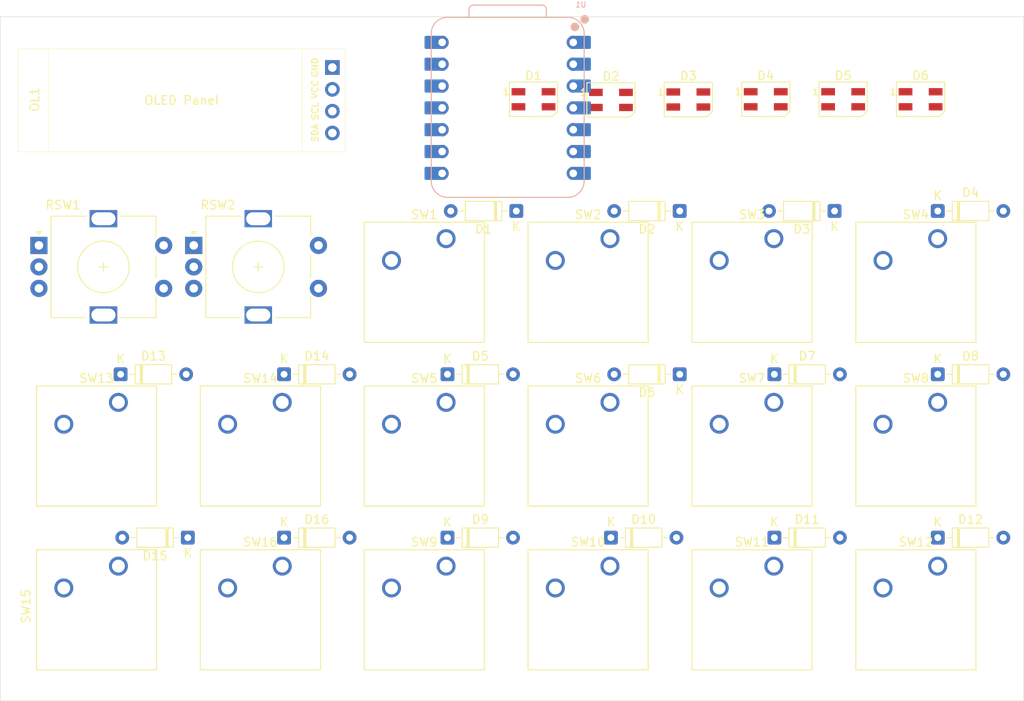
<source format=kicad_pcb>
(kicad_pcb (version 20241229) (generator "pcbnew") (generator_version "9.0")
  (layers (0 "F.Cu" signal) (2 "B.Cu" signal) (13 "F.Paste" user) (15 "B.Paste" user) (5 "F.SilkS" user "F.Silkscreen") (7 "B.SilkS" user "B.Silkscreen") (1 "F.Mask" user) (3 "B.Mask" user) (25 "Edge.Cuts" user))
  (net 0 "")
  (net 1 "Net-(D1-DIN)")
  (net 2 "GND")
  (net 3 "Net-(D1-DOUT)")
  (net 4 "+5V")
  (net 5 "Net-(D2-DOUT)")
  (net 6 "Net-(D3-DOUT)")
  (net 7 "Net-(D4-DOUT)")
  (net 8 "Net-(D5-DOUT)")
  (net 9 "Net-(D16-DOUT)")
  (net 10 "Net-(D6-DOUT)")
  (net 11 "Net-(D17-K)")
  (net 12 "Net-(D17-A)")
  (net 13 "Net-(D18-A)")
  (net 14 "Net-(D19-A)")
  (net 15 "Net-(D20-A)")
  (net 16 "Net-(D21-A)")
  (net 17 "Net-(D21-K)")
  (net 18 "Net-(D22-A)")
  (net 19 "Net-(D23-A)")
  (net 20 "Net-(D24-A)")
  (net 21 "Net-(D25-A)")
  (net 22 "Net-(D25-K)")
  (net 23 "Net-(D26-A)")
  (net 24 "Net-(D27-A)")
  (net 25 "Net-(D28-A)")
  (net 26 "Net-(D29-A)")
  (net 27 "Net-(D29-K)")
  (net 28 "Net-(D30-A)")
  (net 29 "Net-(D31-A)")
  (net 30 "Net-(D32-A)")
  (net 31 "Net-(OL1-SDA)")
  (net 32 "Net-(OL1-SCL)")
  (net 33 "Net-(RSW1-PadC)")
  (net 34 "Net-(U1-GPIO28{slash}ADC2{slash}A2)")
  (net 35 "Net-(U1-GPIO27{slash}ADC1{slash}A1)")
  (net 37 "Net-(U1-GPIO0{slash}TX)")
  (net 38 "Net-(RSW2-PadC)")
  (net 40 "Net-(U1-GPIO29{slash}ADC3{slash}A3)")
  (footprint "Button_Switch_Keyboard:SW_Cherry_MX_1.00u_PCB" (layer "F.Cu") (at 97.79 78.26375)
    (property "Reference" "SW14" (at -2.54 -2.794 0) (layer "F.SilkS"))
    (property "Value" "SW_Push")
    (pad "" np_thru_hole circle (at -7.62 5.08) (size 1.7 1.7) (drill 1.7) (layers "*.Cu" "*.Mask"))
    (pad "" np_thru_hole circle (at -2.54 5.08) (size 4 4) (drill 4) (layers "*.Cu" "*.Mask"))
    (pad "" np_thru_hole circle (at 2.54 5.08) (size 1.7 1.7) (drill 1.7) (layers "*.Cu" "*.Mask"))
    (pad "1" thru_hole circle (at 0 0) (size 2.2 2.2) (drill 1.5) (layers "*.Cu" "*.Mask") (net 28 "Net-(D30-A)"))
    (pad "2" thru_hole circle (at -6.35 2.54) (size 2.2 2.2) (drill 1.5) (layers "*.Cu" "*.Mask") (net 4 "+5V"))
  )
  (footprint "Diode_THT:D_DO-35_SOD27_P7.62mm_Horizontal" (layer "F.Cu") (at 79 75)
    (property "Reference" "D13" (at 3.81 -2.12 0) (layer "F.SilkS"))
    (property "Value" "1N4148")
    (fp_text user "K" (at 0 -1.8 0) (layer "F.SilkS"))
    (pad "1" thru_hole roundrect (at 0 0) (size 1.6 1.6) (drill 0.8) (layers "*.Cu" "*.Mask") (roundrect_rratio 0.15625) (net 27 "Net-(D29-K)"))
    (pad "2" thru_hole circle (at 7.62 0) (size 1.6 1.6) (drill 0.8) (layers "*.Cu" "*.Mask") (net 26 "Net-(D29-A)"))
  )
  (footprint "Rotary_Encoder:RotaryEncoder_Alps_EC11E-Switch_Vertical_H20mm" (layer "F.Cu") (at 69.5 60)
    (property "Reference" "RSW1" (at 2.8 -4.7 0) (layer "F.SilkS"))
    (property "Value" "RotaryEncoder_Switch")
    (pad "A" thru_hole rect (at 0 0) (size 2 2) (drill 1) (layers "*.Cu" "*.Mask") (net 34 "Net-(U1-GPIO28{slash}ADC2{slash}A2)"))
    (pad "B" thru_hole circle (at 0 5) (size 2 2) (drill 1) (layers "*.Cu" "*.Mask") (net 35 "Net-(U1-GPIO27{slash}ADC1{slash}A1)"))
    (pad "C" thru_hole circle (at 0 2.5) (size 2 2) (drill 1) (layers "*.Cu" "*.Mask") (net 33 "Net-(RSW1-PadC)"))
    (pad "MP" thru_hole rect (at 7.5 -3.1) (size 3.2 2) (drill oval 2.8 1.5) (layers "*.Cu" "*.Mask"))
    (pad "MP" thru_hole rect (at 7.5 8.1) (size 3.2 2) (drill oval 2.8 1.5) (layers "*.Cu" "*.Mask"))
    (pad "S1" thru_hole circle (at 14.5 5) (size 2 2) (drill 1) (layers "*.Cu" "*.Mask"))
    (pad "S2" thru_hole circle (at 14.5 0) (size 2 2) (drill 1) (layers "*.Cu" "*.Mask") (net 33 "Net-(RSW1-PadC)"))
  )
  (footprint "Button_Switch_Keyboard:SW_Cherry_MX_1.00u_PCB" (layer "F.Cu") (at 154.94 59.21375)
    (property "Reference" "SW3" (at -2.54 -2.794 0) (layer "F.SilkS"))
    (property "Value" "SW_Push")
    (pad "" np_thru_hole circle (at -7.62 5.08) (size 1.7 1.7) (drill 1.7) (layers "*.Cu" "*.Mask"))
    (pad "" np_thru_hole circle (at -2.54 5.08) (size 4 4) (drill 4) (layers "*.Cu" "*.Mask"))
    (pad "" np_thru_hole circle (at 2.54 5.08) (size 1.7 1.7) (drill 1.7) (layers "*.Cu" "*.Mask"))
    (pad "1" thru_hole circle (at 0 0) (size 2.2 2.2) (drill 1.5) (layers "*.Cu" "*.Mask") (net 14 "Net-(D19-A)"))
    (pad "2" thru_hole circle (at -6.35 2.54) (size 2.2 2.2) (drill 1.5) (layers "*.Cu" "*.Mask") (net 4 "+5V"))
  )
  (footprint "Diode_THT:D_DO-35_SOD27_P7.62mm_Horizontal" (layer "F.Cu") (at 86.81 94 180)
    (property "Reference" "D15" (at 3.81 -2.12 0) (layer "F.SilkS"))
    (property "Value" "1N4148")
    (fp_text user "K" (at 0 -1.8 0) (layer "F.SilkS"))
    (pad "1" thru_hole roundrect (at 0 0 180) (size 1.6 1.6) (drill 0.8) (layers "*.Cu" "*.Mask") (roundrect_rratio 0.15625) (net 27 "Net-(D29-K)"))
    (pad "2" thru_hole circle (at 7.62 0 180) (size 1.6 1.6) (drill 0.8) (layers "*.Cu" "*.Mask") (net 30 "Net-(D32-A)"))
  )
  (footprint "Button_Switch_Keyboard:SW_Cherry_MX_1.00u_PCB" (layer "F.Cu") (at 154.94 78.26375)
    (property "Reference" "SW7" (at -2.54 -2.794 0) (layer "F.SilkS"))
    (property "Value" "SW_Push")
    (pad "" np_thru_hole circle (at -7.62 5.08) (size 1.7 1.7) (drill 1.7) (layers "*.Cu" "*.Mask"))
    (pad "" np_thru_hole circle (at -2.54 5.08) (size 4 4) (drill 4) (layers "*.Cu" "*.Mask"))
    (pad "" np_thru_hole circle (at 2.54 5.08) (size 1.7 1.7) (drill 1.7) (layers "*.Cu" "*.Mask"))
    (pad "1" thru_hole circle (at 0 0) (size 2.2 2.2) (drill 1.5) (layers "*.Cu" "*.Mask") (net 19 "Net-(D23-A)"))
    (pad "2" thru_hole circle (at -6.35 2.54) (size 2.2 2.2) (drill 1.5) (layers "*.Cu" "*.Mask") (net 4 "+5V"))
  )
  (footprint "Button_Switch_Keyboard:SW_Cherry_MX_1.00u_PCB" (layer "F.Cu") (at 116.84 59.21375)
    (property "Reference" "SW1" (at -2.54 -2.794 0) (layer "F.SilkS"))
    (property "Value" "SW_Push")
    (pad "" np_thru_hole circle (at -7.62 5.08) (size 1.7 1.7) (drill 1.7) (layers "*.Cu" "*.Mask"))
    (pad "" np_thru_hole circle (at -2.54 5.08) (size 4 4) (drill 4) (layers "*.Cu" "*.Mask"))
    (pad "" np_thru_hole circle (at 2.54 5.08) (size 1.7 1.7) (drill 1.7) (layers "*.Cu" "*.Mask"))
    (pad "1" thru_hole circle (at 0 0) (size 2.2 2.2) (drill 1.5) (layers "*.Cu" "*.Mask") (net 12 "Net-(D17-A)"))
    (pad "2" thru_hole circle (at -6.35 2.54) (size 2.2 2.2) (drill 1.5) (layers "*.Cu" "*.Mask") (net 4 "+5V"))
  )
  (footprint "Diode_THT:D_DO-35_SOD27_P7.62mm_Horizontal" (layer "F.Cu") (at 136 94)
    (property "Reference" "D10" (at 3.81 -2.12 0) (layer "F.SilkS"))
    (property "Value" "1N4148")
    (fp_text user "K" (at 0 -1.8 0) (layer "F.SilkS"))
    (pad "1" thru_hole roundrect (at 0 0) (size 1.6 1.6) (drill 0.8) (layers "*.Cu" "*.Mask") (roundrect_rratio 0.15625) (net 22 "Net-(D25-K)"))
    (pad "2" thru_hole circle (at 7.62 0) (size 1.6 1.6) (drill 0.8) (layers "*.Cu" "*.Mask") (net 24 "Net-(D27-A)"))
  )
  (footprint "Button_Switch_Keyboard:SW_Cherry_MX_1.00u_PCB" (layer "F.Cu") (at 173.99 59.21375)
    (property "Reference" "SW4" (at -2.54 -2.794 0) (layer "F.SilkS"))
    (property "Value" "SW_Push")
    (pad "" np_thru_hole circle (at -7.62 5.08) (size 1.7 1.7) (drill 1.7) (layers "*.Cu" "*.Mask"))
    (pad "" np_thru_hole circle (at -2.54 5.08) (size 4 4) (drill 4) (layers "*.Cu" "*.Mask"))
    (pad "" np_thru_hole circle (at 2.54 5.08) (size 1.7 1.7) (drill 1.7) (layers "*.Cu" "*.Mask"))
    (pad "1" thru_hole circle (at 0 0) (size 2.2 2.2) (drill 1.5) (layers "*.Cu" "*.Mask") (net 15 "Net-(D20-A)"))
    (pad "2" thru_hole circle (at -6.35 2.54) (size 2.2 2.2) (drill 1.5) (layers "*.Cu" "*.Mask") (net 4 "+5V"))
  )
  (footprint "LED_SMD:LED_SK6812MINI_PLCC4_3.5x3.5mm_P1.75mm" (layer "F.Cu") (at 172 43)
    (property "Reference" "D6" (at 0 -2.75 0) (layer "F.SilkS"))
    (property "Value" "SK6812MINI")
    (fp_text user "1" (at -3.2 -0.875 0) (layer "F.SilkS") (effects (font (size 0.8 0.8))))
    (pad "1" smd rect (at -1.75 -0.875) (size 1.6 0.85) (layers "F.Cu" "F.Mask" "F.Paste") (net 10 "Net-(D6-DOUT)"))
    (pad "2" smd rect (at -1.75 0.875) (size 1.6 0.85) (layers "F.Cu" "F.Mask" "F.Paste") (net 2 "GND"))
    (pad "3" smd rect (at 1.75 0.875) (size 1.6 0.85) (layers "F.Cu" "F.Mask" "F.Paste") (net 8 "Net-(D5-DOUT)"))
    (pad "4" smd rect (at 1.75 -0.875) (size 1.6 0.85) (layers "F.Cu" "F.Mask" "F.Paste") (net 4 "+5V"))
  )
  (footprint "LED_SMD:LED_SK6812MINI_PLCC4_3.5x3.5mm_P1.75mm" (layer "F.Cu") (at 136 43.075)
    (property "Reference" "D2" (at 0 -2.75 0) (layer "F.SilkS"))
    (property "Value" "SK6812MINI")
    (fp_text user "1" (at -3.2 -0.875 0) (layer "F.SilkS") (effects (font (size 0.8 0.8))))
    (pad "1" smd rect (at -1.75 -0.875) (size 1.6 0.85) (layers "F.Cu" "F.Mask" "F.Paste") (net 5 "Net-(D2-DOUT)"))
    (pad "2" smd rect (at -1.75 0.875) (size 1.6 0.85) (layers "F.Cu" "F.Mask" "F.Paste") (net 2 "GND"))
    (pad "3" smd rect (at 1.75 0.875) (size 1.6 0.85) (layers "F.Cu" "F.Mask" "F.Paste") (net 3 "Net-(D1-DOUT)"))
    (pad "4" smd rect (at 1.75 -0.875) (size 1.6 0.85) (layers "F.Cu" "F.Mask" "F.Paste") (net 4 "+5V"))
  )
  (footprint "Button_Switch_Keyboard:SW_Cherry_MX_1.00u_PCB" (layer "F.Cu") (at 173.99 97.31375)
    (property "Reference" "SW12" (at -2.54 -2.794 0) (layer "F.SilkS"))
    (property "Value" "SW_Push")
    (pad "" np_thru_hole circle (at -7.62 5.08) (size 1.7 1.7) (drill 1.7) (layers "*.Cu" "*.Mask"))
    (pad "" np_thru_hole circle (at -2.54 5.08) (size 4 4) (drill 4) (layers "*.Cu" "*.Mask"))
    (pad "" np_thru_hole circle (at 2.54 5.08) (size 1.7 1.7) (drill 1.7) (layers "*.Cu" "*.Mask"))
    (pad "1" thru_hole circle (at 0 0) (size 2.2 2.2) (drill 1.5) (layers "*.Cu" "*.Mask") (net 25 "Net-(D28-A)"))
    (pad "2" thru_hole circle (at -6.35 2.54) (size 2.2 2.2) (drill 1.5) (layers "*.Cu" "*.Mask") (net 4 "+5V"))
  )
  (footprint "Diode_THT:D_DO-35_SOD27_P7.62mm_Horizontal" (layer "F.Cu") (at 144 56 180)
    (property "Reference" "D2" (at 3.81 -2.12 0) (layer "F.SilkS"))
    (property "Value" "1N4148")
    (fp_text user "K" (at 0 -1.8 0) (layer "F.SilkS"))
    (pad "1" thru_hole roundrect (at 0 0 180) (size 1.6 1.6) (drill 0.8) (layers "*.Cu" "*.Mask") (roundrect_rratio 0.15625) (net 11 "Net-(D17-K)"))
    (pad "2" thru_hole circle (at 7.62 0 180) (size 1.6 1.6) (drill 0.8) (layers "*.Cu" "*.Mask") (net 13 "Net-(D18-A)"))
  )
  (footprint "Button_Switch_Keyboard:SW_Cherry_MX_1.00u_PCB" (layer "F.Cu") (at 173.99 78.26375)
    (property "Reference" "SW8" (at -2.54 -2.794 0) (layer "F.SilkS"))
    (property "Value" "SW_Push")
    (pad "" np_thru_hole circle (at -7.62 5.08) (size 1.7 1.7) (drill 1.7) (layers "*.Cu" "*.Mask"))
    (pad "" np_thru_hole circle (at -2.54 5.08) (size 4 4) (drill 4) (layers "*.Cu" "*.Mask"))
    (pad "" np_thru_hole circle (at 2.54 5.08) (size 1.7 1.7) (drill 1.7) (layers "*.Cu" "*.Mask"))
    (pad "1" thru_hole circle (at 0 0) (size 2.2 2.2) (drill 1.5) (layers "*.Cu" "*.Mask") (net 20 "Net-(D24-A)"))
    (pad "2" thru_hole circle (at -6.35 2.54) (size 2.2 2.2) (drill 1.5) (layers "*.Cu" "*.Mask") (net 4 "+5V"))
  )
  (footprint "Button_Switch_Keyboard:SW_Cherry_MX_1.00u_PCB" (layer "F.Cu") (at 78.74 78.26375)
    (property "Reference" "SW13" (at -2.54 -2.794 0) (layer "F.SilkS"))
    (property "Value" "SW_Push")
    (pad "" np_thru_hole circle (at -7.62 5.08) (size 1.7 1.7) (drill 1.7) (layers "*.Cu" "*.Mask"))
    (pad "" np_thru_hole circle (at -2.54 5.08) (size 4 4) (drill 4) (layers "*.Cu" "*.Mask"))
    (pad "" np_thru_hole circle (at 2.54 5.08) (size 1.7 1.7) (drill 1.7) (layers "*.Cu" "*.Mask"))
    (pad "1" thru_hole circle (at 0 0) (size 2.2 2.2) (drill 1.5) (layers "*.Cu" "*.Mask") (net 26 "Net-(D29-A)"))
    (pad "2" thru_hole circle (at -6.35 2.54) (size 2.2 2.2) (drill 1.5) (layers "*.Cu" "*.Mask") (net 4 "+5V"))
  )
  (footprint "Diode_THT:D_DO-35_SOD27_P7.62mm_Horizontal" (layer "F.Cu") (at 117 94)
    (property "Reference" "D9" (at 3.81 -2.12 0) (layer "F.SilkS"))
    (property "Value" "1N4148")
    (fp_text user "K" (at 0 -1.8 0) (layer "F.SilkS"))
    (pad "1" thru_hole roundrect (at 0 0) (size 1.6 1.6) (drill 0.8) (layers "*.Cu" "*.Mask") (roundrect_rratio 0.15625) (net 22 "Net-(D25-K)"))
    (pad "2" thru_hole circle (at 7.62 0) (size 1.6 1.6) (drill 0.8) (layers "*.Cu" "*.Mask") (net 21 "Net-(D25-A)"))
  )
  (footprint "Diode_THT:D_DO-35_SOD27_P7.62mm_Horizontal" (layer "F.Cu") (at 125 56 180)
    (property "Reference" "D1" (at 3.81 -2.12 0) (layer "F.SilkS"))
    (property "Value" "1N4148")
    (fp_text user "K" (at 0 -1.8 0) (layer "F.SilkS"))
    (pad "1" thru_hole roundrect (at 0 0 180) (size 1.6 1.6) (drill 0.8) (layers "*.Cu" "*.Mask") (roundrect_rratio 0.15625) (net 11 "Net-(D17-K)"))
    (pad "2" thru_hole circle (at 7.62 0 180) (size 1.6 1.6) (drill 0.8) (layers "*.Cu" "*.Mask") (net 12 "Net-(D17-A)"))
  )
  (footprint "LED_SMD:LED_SK6812MINI_PLCC4_3.5x3.5mm_P1.75mm" (layer "F.Cu") (at 145 43.025)
    (property "Reference" "D3" (at 0 -2.75 0) (layer "F.SilkS"))
    (property "Value" "SK6812MINI")
    (fp_text user "1" (at -3.2 -0.875 0) (layer "F.SilkS") (effects (font (size 0.8 0.8))))
    (pad "1" smd rect (at -1.75 -0.875) (size 1.6 0.85) (layers "F.Cu" "F.Mask" "F.Paste") (net 6 "Net-(D3-DOUT)"))
    (pad "2" smd rect (at -1.75 0.875) (size 1.6 0.85) (layers "F.Cu" "F.Mask" "F.Paste") (net 2 "GND"))
    (pad "3" smd rect (at 1.75 0.875) (size 1.6 0.85) (layers "F.Cu" "F.Mask" "F.Paste") (net 5 "Net-(D2-DOUT)"))
    (pad "4" smd rect (at 1.75 -0.875) (size 1.6 0.85) (layers "F.Cu" "F.Mask" "F.Paste") (net 4 "+5V"))
  )
  (footprint "Button_Switch_Keyboard:SW_Cherry_MX_1.00u_PCB" (layer "F.Cu") (at 116.84 78.26375)
    (property "Reference" "SW5" (at -2.54 -2.794 0) (layer "F.SilkS"))
    (property "Value" "SW_Push")
    (pad "" np_thru_hole circle (at -7.62 5.08) (size 1.7 1.7) (drill 1.7) (layers "*.Cu" "*.Mask"))
    (pad "" np_thru_hole circle (at -2.54 5.08) (size 4 4) (drill 4) (layers "*.Cu" "*.Mask"))
    (pad "" np_thru_hole circle (at 2.54 5.08) (size 1.7 1.7) (drill 1.7) (layers "*.Cu" "*.Mask"))
    (pad "1" thru_hole circle (at 0 0) (size 2.2 2.2) (drill 1.5) (layers "*.Cu" "*.Mask") (net 16 "Net-(D21-A)"))
    (pad "2" thru_hole circle (at -6.35 2.54) (size 2.2 2.2) (drill 1.5) (layers "*.Cu" "*.Mask") (net 4 "+5V"))
  )
  (footprint "Diode_THT:D_DO-35_SOD27_P7.62mm_Horizontal" (layer "F.Cu") (at 98 75)
    (property "Reference" "D14" (at 3.81 -2.12 0) (layer "F.SilkS"))
    (property "Value" "1N4148")
    (fp_text user "K" (at 0 -1.8 0) (layer "F.SilkS"))
    (pad "1" thru_hole roundrect (at 0 0) (size 1.6 1.6) (drill 0.8) (layers "*.Cu" "*.Mask") (roundrect_rratio 0.15625) (net 27 "Net-(D29-K)"))
    (pad "2" thru_hole circle (at 7.62 0) (size 1.6 1.6) (drill 0.8) (layers "*.Cu" "*.Mask") (net 28 "Net-(D30-A)"))
  )
  (footprint "Diode_THT:D_DO-35_SOD27_P7.62mm_Horizontal" (layer "F.Cu") (at 162 56 180)
    (property "Reference" "D3" (at 3.81 -2.12 0) (layer "F.SilkS"))
    (property "Value" "1N4148")
    (fp_text user "K" (at 0 -1.8 0) (layer "F.SilkS"))
    (pad "1" thru_hole roundrect (at 0 0 180) (size 1.6 1.6) (drill 0.8) (layers "*.Cu" "*.Mask") (roundrect_rratio 0.15625) (net 11 "Net-(D17-K)"))
    (pad "2" thru_hole circle (at 7.62 0 180) (size 1.6 1.6) (drill 0.8) (layers "*.Cu" "*.Mask") (net 14 "Net-(D19-A)"))
  )
  (footprint "LED_SMD:LED_SK6812MINI_PLCC4_3.5x3.5mm_P1.75mm" (layer "F.Cu") (at 163 43)
    (property "Reference" "D5" (at 0 -2.75 0) (layer "F.SilkS"))
    (property "Value" "SK6812MINI")
    (fp_text user "1" (at -3.2 -0.875 0) (layer "F.SilkS") (effects (font (size 0.8 0.8))))
    (pad "1" smd rect (at -1.75 -0.875) (size 1.6 0.85) (layers "F.Cu" "F.Mask" "F.Paste") (net 8 "Net-(D5-DOUT)"))
    (pad "2" smd rect (at -1.75 0.875) (size 1.6 0.85) (layers "F.Cu" "F.Mask" "F.Paste") (net 2 "GND"))
    (pad "3" smd rect (at 1.75 0.875) (size 1.6 0.85) (layers "F.Cu" "F.Mask" "F.Paste") (net 9 "Net-(D16-DOUT)"))
    (pad "4" smd rect (at 1.75 -0.875) (size 1.6 0.85) (layers "F.Cu" "F.Mask" "F.Paste") (net 4 "+5V"))
  )
  (footprint "LED_SMD:LED_SK6812MINI_PLCC4_3.5x3.5mm_P1.75mm" (layer "F.Cu") (at 127 43)
    (property "Reference" "D1" (at 0 -2.75 0) (layer "F.SilkS"))
    (property "Value" "SK6812MINI")
    (fp_text user "1" (at -3.2 -0.875 0) (layer "F.SilkS") (effects (font (size 0.8 0.8))))
    (pad "1" smd rect (at -1.75 -0.875) (size 1.6 0.85) (layers "F.Cu" "F.Mask" "F.Paste") (net 3 "Net-(D1-DOUT)"))
    (pad "2" smd rect (at -1.75 0.875) (size 1.6 0.85) (layers "F.Cu" "F.Mask" "F.Paste") (net 2 "GND"))
    (pad "3" smd rect (at 1.75 0.875) (size 1.6 0.85) (layers "F.Cu" "F.Mask" "F.Paste") (net 1 "Net-(D1-DIN)"))
    (pad "4" smd rect (at 1.75 -0.875) (size 1.6 0.85) (layers "F.Cu" "F.Mask" "F.Paste") (net 4 "+5V"))
  )
  (footprint "Rotary_Encoder:RotaryEncoder_Alps_EC11E-Switch_Vertical_H20mm" (layer "F.Cu") (at 87.5 60)
    (property "Reference" "RSW2" (at 2.8 -4.7 0) (layer "F.SilkS"))
    (property "Value" "RotaryEncoder_Switch")
    (pad "A" thru_hole rect (at 0 0) (size 2 2) (drill 1) (layers "*.Cu" "*.Mask") (net 37 "Net-(U1-GPIO0{slash}TX)"))
    (pad "B" thru_hole circle (at 0 5) (size 2 2) (drill 1) (layers "*.Cu" "*.Mask") (net 40 "Net-(U1-GPIO29{slash}ADC3{slash}A3)"))
    (pad "C" thru_hole circle (at 0 2.5) (size 2 2) (drill 1) (layers "*.Cu" "*.Mask") (net 38 "Net-(RSW2-PadC)"))
    (pad "MP" thru_hole rect (at 7.5 -3.1) (size 3.2 2) (drill oval 2.8 1.5) (layers "*.Cu" "*.Mask"))
    (pad "MP" thru_hole rect (at 7.5 8.1) (size 3.2 2) (drill oval 2.8 1.5) (layers "*.Cu" "*.Mask"))
    (pad "S1" thru_hole circle (at 14.5 5) (size 2 2) (drill 1) (layers "*.Cu" "*.Mask"))
    (pad "S2" thru_hole circle (at 14.5 0) (size 2 2) (drill 1) (layers "*.Cu" "*.Mask") (net 38 "Net-(RSW2-PadC)"))
  )
  (footprint "Button_Switch_Keyboard:SW_Cherry_MX_1.00u_PCB" (layer "F.Cu") (at 116.84 97.31375)
    (property "Reference" "SW9" (at -2.54 -2.794 0) (layer "F.SilkS"))
    (property "Value" "SW_Push")
    (pad "" np_thru_hole circle (at -7.62 5.08) (size 1.7 1.7) (drill 1.7) (layers "*.Cu" "*.Mask"))
    (pad "" np_thru_hole circle (at -2.54 5.08) (size 4 4) (drill 4) (layers "*.Cu" "*.Mask"))
    (pad "" np_thru_hole circle (at 2.54 5.08) (size 1.7 1.7) (drill 1.7) (layers "*.Cu" "*.Mask"))
    (pad "1" thru_hole circle (at 0 0) (size 2.2 2.2) (drill 1.5) (layers "*.Cu" "*.Mask") (net 21 "Net-(D25-A)"))
    (pad "2" thru_hole circle (at -6.35 2.54) (size 2.2 2.2) (drill 1.5) (layers "*.Cu" "*.Mask") (net 4 "+5V"))
  )
  (footprint "Diode_THT:D_DO-35_SOD27_P7.62mm_Horizontal" (layer "F.Cu") (at 98 94)
    (property "Reference" "D16" (at 3.81 -2.12 0) (layer "F.SilkS"))
    (property "Value" "1N4148")
    (fp_text user "K" (at 0 -1.8 0) (layer "F.SilkS"))
    (pad "1" thru_hole roundrect (at 0 0) (size 1.6 1.6) (drill 0.8) (layers "*.Cu" "*.Mask") (roundrect_rratio 0.15625) (net 27 "Net-(D29-K)"))
    (pad "2" thru_hole circle (at 7.62 0) (size 1.6 1.6) (drill 0.8) (layers "*.Cu" "*.Mask") (net 29 "Net-(D31-A)"))
  )
  (footprint "Diode_THT:D_DO-35_SOD27_P7.62mm_Horizontal" (layer "F.Cu") (at 174 94)
    (property "Reference" "D12" (at 3.81 -2.12 0) (layer "F.SilkS"))
    (property "Value" "1N4148")
    (fp_text user "K" (at 0 -1.8 0) (layer "F.SilkS"))
    (pad "1" thru_hole roundrect (at 0 0) (size 1.6 1.6) (drill 0.8) (layers "*.Cu" "*.Mask") (roundrect_rratio 0.15625) (net 22 "Net-(D25-K)"))
    (pad "2" thru_hole circle (at 7.62 0) (size 1.6 1.6) (drill 0.8) (layers "*.Cu" "*.Mask") (net 25 "Net-(D28-A)"))
  )
  (footprint "Diode_THT:D_DO-35_SOD27_P7.62mm_Horizontal" (layer "F.Cu") (at 155 75)
    (property "Reference" "D7" (at 3.81 -2.12 0) (layer "F.SilkS"))
    (property "Value" "1N4148")
    (fp_text user "K" (at 0 -1.8 0) (layer "F.SilkS"))
    (pad "1" thru_hole roundrect (at 0 0) (size 1.6 1.6) (drill 0.8) (layers "*.Cu" "*.Mask") (roundrect_rratio 0.15625) (net 17 "Net-(D21-K)"))
    (pad "2" thru_hole circle (at 7.62 0) (size 1.6 1.6) (drill 0.8) (layers "*.Cu" "*.Mask") (net 19 "Net-(D23-A)"))
  )
  (footprint "KiCad-SSD1306-0.91-OLED-4pin-128x32:SSD1306-0.91-OLED-4pin-128x32" (layer "F.Cu") (at 67.115 37.115)
    (property "Reference" "OL1" (at 1.9 5.91 90) (layer "F.SilkS"))
    (property "Value" "OLED")
    (fp_text user "VCC" (at 34.5 4.73 270) (layer "F.SilkS") (effects (font (size 0.75 0.75))))
    (fp_text user "SDA" (at 34.5 9.81 270) (layer "F.SilkS") (effects (font (size 0.75 0.75))))
    (fp_text user "SCL" (at 34.5 7.27 270) (layer "F.SilkS") (effects (font (size 0.75 0.75))))
    (fp_text user "OLED Panel" (at 19 6 0) (layer "F.SilkS"))
    (fp_text user "GND" (at 34.5 2.19 270) (layer "F.SilkS") (effects (font (size 0.75 0.75))))
    (pad "1" thru_hole rect (at 36.5 2.19) (size 1.7 1.7) (drill 1) (layers "*.Cu" "*.Mask") (net 31 "Net-(OL1-SDA)"))
    (pad "2" thru_hole oval (at 36.5 4.73) (size 1.7 1.7) (drill 1) (layers "*.Cu" "*.Mask") (net 32 "Net-(OL1-SCL)"))
    (pad "3" thru_hole oval (at 36.5 7.27) (size 1.7 1.7) (drill 1) (layers "*.Cu" "*.Mask") (net 4 "+5V"))
    (pad "4" thru_hole oval (at 36.5 9.81) (size 1.7 1.7) (drill 1) (layers "*.Cu" "*.Mask") (net 2 "GND"))
  )
  (footprint "Button_Switch_Keyboard:SW_Cherry_MX_1.00u_PCB" (layer "F.Cu") (at 135.89 59.21375)
    (property "Reference" "SW2" (at -2.54 -2.794 0) (layer "F.SilkS"))
    (property "Value" "SW_Push")
    (pad "" np_thru_hole circle (at -7.62 5.08) (size 1.7 1.7) (drill 1.7) (layers "*.Cu" "*.Mask"))
    (pad "" np_thru_hole circle (at -2.54 5.08) (size 4 4) (drill 4) (layers "*.Cu" "*.Mask"))
    (pad "" np_thru_hole circle (at 2.54 5.08) (size 1.7 1.7) (drill 1.7) (layers "*.Cu" "*.Mask"))
    (pad "1" thru_hole circle (at 0 0) (size 2.2 2.2) (drill 1.5) (layers "*.Cu" "*.Mask") (net 13 "Net-(D18-A)"))
    (pad "2" thru_hole circle (at -6.35 2.54) (size 2.2 2.2) (drill 1.5) (layers "*.Cu" "*.Mask") (net 4 "+5V"))
  )
  (footprint "Diode_THT:D_DO-35_SOD27_P7.62mm_Horizontal" (layer "F.Cu") (at 174 56)
    (property "Reference" "D4" (at 3.81 -2.12 0) (layer "F.SilkS"))
    (property "Value" "1N4148")
    (fp_text user "K" (at 0 -1.8 0) (layer "F.SilkS"))
    (pad "1" thru_hole roundrect (at 0 0) (size 1.6 1.6) (drill 0.8) (layers "*.Cu" "*.Mask") (roundrect_rratio 0.15625) (net 11 "Net-(D17-K)"))
    (pad "2" thru_hole circle (at 7.62 0) (size 1.6 1.6) (drill 0.8) (layers "*.Cu" "*.Mask") (net 15 "Net-(D20-A)"))
  )
  (footprint "Button_Switch_Keyboard:SW_Cherry_MX_1.00u_PCB" (layer "F.Cu") (at 78.74 97.31375)
    (property "Reference" "SW15" (at -10.74 4.68625 90) (layer "F.SilkS"))
    (property "Value" "SW_Push")
    (pad "" np_thru_hole circle (at -7.62 5.08) (size 1.7 1.7) (drill 1.7) (layers "*.Cu" "*.Mask"))
    (pad "" np_thru_hole circle (at -2.54 5.08) (size 4 4) (drill 4) (layers "*.Cu" "*.Mask"))
    (pad "" np_thru_hole circle (at 2.54 5.08) (size 1.7 1.7) (drill 1.7) (layers "*.Cu" "*.Mask"))
    (pad "1" thru_hole circle (at 0 0) (size 2.2 2.2) (drill 1.5) (layers "*.Cu" "*.Mask") (net 30 "Net-(D32-A)"))
    (pad "2" thru_hole circle (at -6.35 2.54) (size 2.2 2.2) (drill 1.5) (layers "*.Cu" "*.Mask") (net 4 "+5V"))
  )
  (footprint "Diode_THT:D_DO-35_SOD27_P7.62mm_Horizontal" (layer "F.Cu") (at 174 75)
    (property "Reference" "D8" (at 3.81 -2.12 0) (layer "F.SilkS"))
    (property "Value" "1N4148")
    (fp_text user "K" (at 0 -1.8 0) (layer "F.SilkS"))
    (pad "1" thru_hole roundrect (at 0 0) (size 1.6 1.6) (drill 0.8) (layers "*.Cu" "*.Mask") (roundrect_rratio 0.15625) (net 17 "Net-(D21-K)"))
    (pad "2" thru_hole circle (at 7.62 0) (size 1.6 1.6) (drill 0.8) (layers "*.Cu" "*.Mask") (net 20 "Net-(D24-A)"))
  )
  (footprint "Button_Switch_Keyboard:SW_Cherry_MX_1.00u_PCB" (layer "F.Cu") (at 135.89 97.31375)
    (property "Reference" "SW10" (at -2.54 -2.794 0) (layer "F.SilkS"))
    (property "Value" "SW_Push")
    (pad "" np_thru_hole circle (at -7.62 5.08) (size 1.7 1.7) (drill 1.7) (layers "*.Cu" "*.Mask"))
    (pad "" np_thru_hole circle (at -2.54 5.08) (size 4 4) (drill 4) (layers "*.Cu" "*.Mask"))
    (pad "" np_thru_hole circle (at 2.54 5.08) (size 1.7 1.7) (drill 1.7) (layers "*.Cu" "*.Mask"))
    (pad "1" thru_hole circle (at 0 0) (size 2.2 2.2) (drill 1.5) (layers "*.Cu" "*.Mask") (net 23 "Net-(D26-A)"))
    (pad "2" thru_hole circle (at -6.35 2.54) (size 2.2 2.2) (drill 1.5) (layers "*.Cu" "*.Mask") (net 4 "+5V"))
  )
  (footprint "LED_SMD:LED_SK6812MINI_PLCC4_3.5x3.5mm_P1.75mm" (layer "F.Cu") (at 154 43)
    (property "Reference" "D4" (at 0 -2.75 0) (layer "F.SilkS"))
    (property "Value" "SK6812MINI")
    (fp_text user "1" (at -3.2 -0.875 0) (layer "F.SilkS") (effects (font (size 0.8 0.8))))
    (pad "1" smd rect (at -1.75 -0.875) (size 1.6 0.85) (layers "F.Cu" "F.Mask" "F.Paste") (net 7 "Net-(D4-DOUT)"))
    (pad "2" smd rect (at -1.75 0.875) (size 1.6 0.85) (layers "F.Cu" "F.Mask" "F.Paste") (net 2 "GND"))
    (pad "3" smd rect (at 1.75 0.875) (size 1.6 0.85) (layers "F.Cu" "F.Mask" "F.Paste") (net 6 "Net-(D3-DOUT)"))
    (pad "4" smd rect (at 1.75 -0.875) (size 1.6 0.85) (layers "F.Cu" "F.Mask" "F.Paste") (net 4 "+5V"))
  )
  (footprint "Diode_THT:D_DO-35_SOD27_P7.62mm_Horizontal" (layer "F.Cu") (at 155 94)
    (property "Reference" "D11" (at 3.81 -2.12 0) (layer "F.SilkS"))
    (property "Value" "1N4148")
    (fp_text user "K" (at 0 -1.8 0) (layer "F.SilkS"))
    (pad "1" thru_hole roundrect (at 0 0) (size 1.6 1.6) (drill 0.8) (layers "*.Cu" "*.Mask") (roundrect_rratio 0.15625) (net 22 "Net-(D25-K)"))
    (pad "2" thru_hole circle (at 7.62 0) (size 1.6 1.6) (drill 0.8) (layers "*.Cu" "*.Mask") (net 23 "Net-(D26-A)"))
  )
  (footprint "Button_Switch_Keyboard:SW_Cherry_MX_1.00u_PCB" (layer "F.Cu") (at 135.89 78.26375)
    (property "Reference" "SW6" (at -2.54 -2.794 0) (layer "F.SilkS"))
    (property "Value" "SW_Push")
    (pad "" np_thru_hole circle (at -7.62 5.08) (size 1.7 1.7) (drill 1.7) (layers "*.Cu" "*.Mask"))
    (pad "" np_thru_hole circle (at -2.54 5.08) (size 4 4) (drill 4) (layers "*.Cu" "*.Mask"))
    (pad "" np_thru_hole circle (at 2.54 5.08) (size 1.7 1.7) (drill 1.7) (layers "*.Cu" "*.Mask"))
    (pad "1" thru_hole circle (at 0 0) (size 2.2 2.2) (drill 1.5) (layers "*.Cu" "*.Mask") (net 18 "Net-(D22-A)"))
    (pad "2" thru_hole circle (at -6.35 2.54) (size 2.2 2.2) (drill 1.5) (layers "*.Cu" "*.Mask") (net 4 "+5V"))
  )
  (footprint "Diode_THT:D_DO-35_SOD27_P7.62mm_Horizontal" (layer "F.Cu") (at 144 75 180)
    (property "Reference" "D6" (at 3.81 -2.12 0) (layer "F.SilkS"))
    (property "Value" "1N4148")
    (fp_text user "K" (at 0 -1.8 0) (layer "F.SilkS"))
    (pad "1" thru_hole roundrect (at 0 0 180) (size 1.6 1.6) (drill 0.8) (layers "*.Cu" "*.Mask") (roundrect_rratio 0.15625) (net 17 "Net-(D21-K)"))
    (pad "2" thru_hole circle (at 7.62 0 180) (size 1.6 1.6) (drill 0.8) (layers "*.Cu" "*.Mask") (net 18 "Net-(D22-A)"))
  )
  (footprint "Button_Switch_Keyboard:SW_Cherry_MX_1.00u_PCB" (layer "F.Cu") (at 97.79 97.31375)
    (property "Reference" "SW16" (at -2.54 -2.794 0) (layer "F.SilkS"))
    (property "Value" "SW_Push")
    (pad "" np_thru_hole circle (at -7.62 5.08) (size 1.7 1.7) (drill 1.7) (layers "*.Cu" "*.Mask"))
    (pad "" np_thru_hole circle (at -2.54 5.08) (size 4 4) (drill 4) (layers "*.Cu" "*.Mask"))
    (pad "" np_thru_hole circle (at 2.54 5.08) (size 1.7 1.7) (drill 1.7) (layers "*.Cu" "*.Mask"))
    (pad "1" thru_hole circle (at 0 0) (size 2.2 2.2) (drill 1.5) (layers "*.Cu" "*.Mask") (net 29 "Net-(D31-A)"))
    (pad "2" thru_hole circle (at -6.35 2.54) (size 2.2 2.2) (drill 1.5) (layers "*.Cu" "*.Mask") (net 4 "+5V"))
  )
  (footprint "Diode_THT:D_DO-35_SOD27_P7.62mm_Horizontal" (layer "F.Cu") (at 117 75)
    (property "Reference" "D5" (at 3.81 -2.12 0) (layer "F.SilkS"))
    (property "Value" "1N4148")
    (fp_text user "K" (at 0 -1.8 0) (layer "F.SilkS"))
    (pad "1" thru_hole roundrect (at 0 0) (size 1.6 1.6) (drill 0.8) (layers "*.Cu" "*.Mask") (roundrect_rratio 0.15625) (net 17 "Net-(D21-K)"))
    (pad "2" thru_hole circle (at 7.62 0) (size 1.6 1.6) (drill 0.8) (layers "*.Cu" "*.Mask") (net 16 "Net-(D21-A)"))
  )
  (footprint "Button_Switch_Keyboard:SW_Cherry_MX_1.00u_PCB" (layer "F.Cu") (at 154.94 97.31375)
    (property "Reference" "SW11" (at -2.54 -2.794 0) (layer "F.SilkS"))
    (property "Value" "SW_Push")
    (pad "" np_thru_hole circle (at -7.62 5.08) (size 1.7 1.7) (drill 1.7) (layers "*.Cu" "*.Mask"))
    (pad "" np_thru_hole circle (at -2.54 5.08) (size 4 4) (drill 4) (layers "*.Cu" "*.Mask"))
    (pad "" np_thru_hole circle (at 2.54 5.08) (size 1.7 1.7) (drill 1.7) (layers "*.Cu" "*.Mask"))
    (pad "1" thru_hole circle (at 0 0) (size 2.2 2.2) (drill 1.5) (layers "*.Cu" "*.Mask") (net 24 "Net-(D27-A)"))
    (pad "2" thru_hole circle (at -6.35 2.54) (size 2.2 2.2) (drill 1.5) (layers "*.Cu" "*.Mask") (net 4 "+5V"))
  )
  (footprint "Seeed Studio XIAO Series Library:XIAO-RP2040-DIP" (layer "B.Cu") (at 124 44 180)
    (property "Reference" "U1" (at -8.5 12 0) (layer "B.SilkS") (effects (font (size 0.635 0.635) (thickness 0.1016)) (justify mirror)))
    (property "Value" "XIAO-RP2040-DIP")
    (pad "1" smd roundrect (at -8.455 7.62) (size 2.432 1.524) (layers "B.Cu" "B.Mask") (roundrect_rratio 0.1) (net 1 "Net-(D1-DIN)"))
    (pad "1" thru_hole circle (at -7.62 7.62) (size 1.524 1.524) (drill 0.889) (layers "*.Cu" "*.Mask") (net 1 "Net-(D1-DIN)"))
    (pad "2" smd roundrect (at -8.455 5.08) (size 2.432 1.524) (layers "B.Cu" "B.Mask") (roundrect_rratio 0.1) (net 35 "Net-(U1-GPIO27{slash}ADC1{slash}A1)"))
    (pad "2" thru_hole circle (at -7.62 5.08) (size 1.524 1.524) (drill 0.889) (layers "*.Cu" "*.Mask") (net 35 "Net-(U1-GPIO27{slash}ADC1{slash}A1)"))
    (pad "3" smd roundrect (at -8.455 2.54) (size 2.432 1.524) (layers "B.Cu" "B.Mask") (roundrect_rratio 0.1) (net 34 "Net-(U1-GPIO28{slash}ADC2{slash}A2)"))
    (pad "3" thru_hole circle (at -7.62 2.54) (size 1.524 1.524) (drill 0.889) (layers "*.Cu" "*.Mask") (net 34 "Net-(U1-GPIO28{slash}ADC2{slash}A2)"))
    (pad "4" smd roundrect (at -8.455 0) (size 2.432 1.524) (layers "B.Cu" "B.Mask") (roundrect_rratio 0.1) (net 40 "Net-(U1-GPIO29{slash}ADC3{slash}A3)"))
    (pad "4" thru_hole circle (at -7.62 0) (size 1.524 1.524) (drill 0.889) (layers "*.Cu" "*.Mask") (net 40 "Net-(U1-GPIO29{slash}ADC3{slash}A3)"))
    (pad "5" smd roundrect (at -8.455 -2.54) (size 2.432 1.524) (layers "B.Cu" "B.Mask") (roundrect_rratio 0.1) (net 31 "Net-(OL1-SDA)"))
    (pad "5" thru_hole circle (at -7.62 -2.54) (size 1.524 1.524) (drill 0.889) (layers "*.Cu" "*.Mask") (net 31 "Net-(OL1-SDA)"))
    (pad "6" smd roundrect (at -8.455 -5.08) (size 2.432 1.524) (layers "B.Cu" "B.Mask") (roundrect_rratio 0.1) (net 32 "Net-(OL1-SCL)"))
    (pad "6" thru_hole circle (at -7.62 -5.08) (size 1.524 1.524) (drill 0.889) (layers "*.Cu" "*.Mask") (net 32 "Net-(OL1-SCL)"))
    (pad "7" smd roundrect (at -8.455 -7.62) (size 2.432 1.524) (layers "B.Cu" "B.Mask") (roundrect_rratio 0.1) (net 37 "Net-(U1-GPIO0{slash}TX)"))
    (pad "7" thru_hole circle (at -7.62 -7.62) (size 1.524 1.524) (drill 0.889) (layers "*.Cu" "*.Mask") (net 37 "Net-(U1-GPIO0{slash}TX)"))
    (pad "8" thru_hole circle (at 7.62 -7.62 180) (size 1.524 1.524) (drill 0.889) (layers "*.Cu" "*.Mask") (net 27 "Net-(D29-K)"))
    (pad "8" smd roundrect (at 8.455 -7.62 180) (size 2.432 1.524) (layers "B.Cu" "B.Mask") (roundrect_rratio 0.1) (net 27 "Net-(D29-K)"))
    (pad "9" thru_hole circle (at 7.62 -5.08 180) (size 1.524 1.524) (drill 0.889) (layers "*.Cu" "*.Mask") (net 22 "Net-(D25-K)"))
    (pad "9" smd roundrect (at 8.455 -5.08 180) (size 2.432 1.524) (layers "B.Cu" "B.Mask") (roundrect_rratio 0.1) (net 22 "Net-(D25-K)"))
    (pad "10" thru_hole circle (at 7.62 -2.54 180) (size 1.524 1.524) (drill 0.889) (layers "*.Cu" "*.Mask") (net 17 "Net-(D21-K)"))
    (pad "10" smd roundrect (at 8.455 -2.54 180) (size 2.432 1.524) (layers "B.Cu" "B.Mask") (roundrect_rratio 0.1) (net 17 "Net-(D21-K)"))
    (pad "11" thru_hole circle (at 7.62 0 180) (size 1.524 1.524) (drill 0.889) (layers "*.Cu" "*.Mask") (net 11 "Net-(D17-K)"))
    (pad "11" smd roundrect (at 8.455 0 180) (size 2.432 1.524) (layers "B.Cu" "B.Mask") (roundrect_rratio 0.1) (net 11 "Net-(D17-K)"))
    (pad "12" thru_hole circle (at 7.62 2.54 180) (size 1.524 1.524) (drill 0.889) (layers "*.Cu" "*.Mask"))
    (pad "12" smd roundrect (at 8.455 2.54 180) (size 2.432 1.524) (layers "B.Cu" "B.Mask") (roundrect_rratio 0.1))
    (pad "13" thru_hole circle (at 7.62 5.08 180) (size 1.524 1.524) (drill 0.889) (layers "*.Cu" "*.Mask") (net 2 "GND"))
    (pad "13" smd roundrect (at 8.455 5.08 180) (size 2.432 1.524) (layers "B.Cu" "B.Mask") (roundrect_rratio 0.1) (net 2 "GND"))
    (pad "14" thru_hole circle (at 7.62 7.62 180) (size 1.524 1.524) (drill 0.889) (layers "*.Cu" "*.Mask") (net 4 "+5V"))
    (pad "14" smd roundrect (at 8.455 7.62 180) (size 2.432 1.524) (layers "B.Cu" "B.Mask") (roundrect_rratio 0.1) (net 4 "+5V"))
  )
  (gr_rect (start 65 33.4) (end 184 113) (stroke (width 0.05)) (fill no) (layer "Edge.Cuts"))
)
</source>
